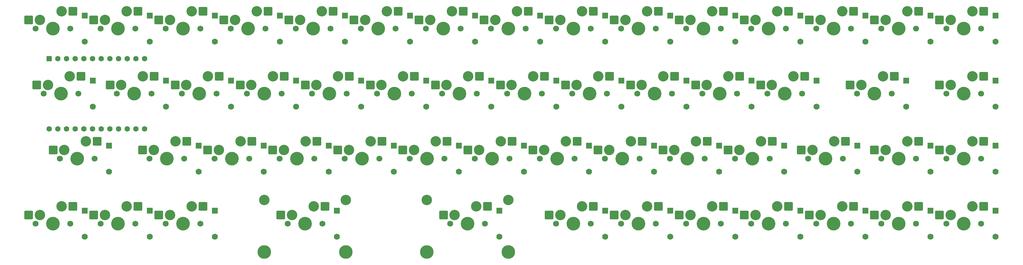
<source format=gbs>
%TF.GenerationSoftware,KiCad,Pcbnew,(6.0.10)*%
%TF.CreationDate,2023-01-15T11:01:46+05:00*%
%TF.ProjectId,key55,6b657935-352e-46b6-9963-61645f706362,rev?*%
%TF.SameCoordinates,Original*%
%TF.FileFunction,Soldermask,Bot*%
%TF.FilePolarity,Negative*%
%FSLAX46Y46*%
G04 Gerber Fmt 4.6, Leading zero omitted, Abs format (unit mm)*
G04 Created by KiCad (PCBNEW (6.0.10)) date 2023-01-15 11:01:46*
%MOMM*%
%LPD*%
G01*
G04 APERTURE LIST*
G04 Aperture macros list*
%AMRoundRect*
0 Rectangle with rounded corners*
0 $1 Rounding radius*
0 $2 $3 $4 $5 $6 $7 $8 $9 X,Y pos of 4 corners*
0 Add a 4 corners polygon primitive as box body*
4,1,4,$2,$3,$4,$5,$6,$7,$8,$9,$2,$3,0*
0 Add four circle primitives for the rounded corners*
1,1,$1+$1,$2,$3*
1,1,$1+$1,$4,$5*
1,1,$1+$1,$6,$7*
1,1,$1+$1,$8,$9*
0 Add four rect primitives between the rounded corners*
20,1,$1+$1,$2,$3,$4,$5,0*
20,1,$1+$1,$4,$5,$6,$7,0*
20,1,$1+$1,$6,$7,$8,$9,0*
20,1,$1+$1,$8,$9,$2,$3,0*%
G04 Aperture macros list end*
%ADD10C,1.750000*%
%ADD11C,4.000000*%
%ADD12C,3.050000*%
%ADD13RoundRect,0.250000X-1.025000X-1.000000X1.025000X-1.000000X1.025000X1.000000X-1.025000X1.000000X0*%
%ADD14C,1.778000*%
%ADD15R,1.778000X1.778000*%
%ADD16C,3.987800*%
%ADD17C,3.048000*%
%ADD18R,1.600000X1.600000*%
%ADD19C,1.600000*%
G04 APERTURE END LIST*
D10*
%TO.C,K44*%
X27305000Y-79375000D03*
X17145000Y-79375000D03*
D11*
X22225000Y-79375000D03*
D12*
X24765000Y-74295000D03*
X18415000Y-76835000D03*
D13*
X15140000Y-76835000D03*
X28067000Y-74295000D03*
%TD*%
D14*
%TO.C,D39*%
X217283000Y-64135000D03*
D15*
X217283000Y-56515000D03*
%TD*%
D10*
%TO.C,K49*%
X169545000Y-79375000D03*
D11*
X174625000Y-79375000D03*
D12*
X170815000Y-76835000D03*
X177165000Y-74295000D03*
D10*
X179705000Y-79375000D03*
D13*
X167540000Y-76835000D03*
X180467000Y-74295000D03*
%TD*%
D12*
%TO.C,K1*%
X24765000Y-17145000D03*
D10*
X27305000Y-22225000D03*
D12*
X18415000Y-19685000D03*
D11*
X22225000Y-22225000D03*
D10*
X17145000Y-22225000D03*
D13*
X15140000Y-19685000D03*
X28067000Y-17145000D03*
%TD*%
D12*
%TO.C,K7*%
X139065000Y-17145000D03*
X132715000Y-19685000D03*
D10*
X141605000Y-22225000D03*
X131445000Y-22225000D03*
D11*
X136525000Y-22225000D03*
D13*
X129440000Y-19685000D03*
X142367000Y-17145000D03*
%TD*%
D14*
%TO.C,D12*%
X241095500Y-26035000D03*
D15*
X241095500Y-18415000D03*
%TD*%
D10*
%TO.C,K10*%
X198755000Y-22225000D03*
D12*
X189865000Y-19685000D03*
D10*
X188595000Y-22225000D03*
D12*
X196215000Y-17145000D03*
D11*
X193675000Y-22225000D03*
D13*
X186590000Y-19685000D03*
X199517000Y-17145000D03*
%TD*%
D16*
%TO.C,REF\u002A\u002A*%
X131730750Y-87600000D03*
X155606750Y-87600000D03*
D17*
X131730750Y-72390000D03*
X155606750Y-72390000D03*
%TD*%
D14*
%TO.C,D9*%
X183945500Y-26035000D03*
D15*
X183945500Y-18415000D03*
%TD*%
D14*
%TO.C,D54*%
X279195500Y-83185000D03*
D15*
X279195500Y-75565000D03*
%TD*%
D14*
%TO.C,D52*%
X241095500Y-83185000D03*
D15*
X241095500Y-75565000D03*
%TD*%
D10*
%TO.C,K34*%
X107632500Y-60325000D03*
X117792500Y-60325000D03*
D11*
X112712500Y-60325000D03*
D12*
X115252500Y-55245000D03*
X108902500Y-57785000D03*
D13*
X105627500Y-57785000D03*
X118554500Y-55245000D03*
%TD*%
D12*
%TO.C,K11*%
X215265000Y-17145000D03*
D10*
X217805000Y-22225000D03*
D11*
X212725000Y-22225000D03*
D10*
X207645000Y-22225000D03*
D12*
X208915000Y-19685000D03*
D13*
X205640000Y-19685000D03*
X218567000Y-17145000D03*
%TD*%
D14*
%TO.C,D55*%
X298245500Y-83185000D03*
D15*
X298245500Y-75565000D03*
%TD*%
D14*
%TO.C,D47*%
X105364250Y-83185000D03*
D15*
X105364250Y-75565000D03*
%TD*%
D14*
%TO.C,D33*%
X102983000Y-64135000D03*
D15*
X102983000Y-56515000D03*
%TD*%
D14*
%TO.C,D48*%
X152989250Y-83185000D03*
D15*
X152989250Y-75565000D03*
%TD*%
D10*
%TO.C,K18*%
X60007500Y-41275000D03*
X70167500Y-41275000D03*
D11*
X65087500Y-41275000D03*
D12*
X67627500Y-36195000D03*
X61277500Y-38735000D03*
D13*
X58002500Y-38735000D03*
X70929500Y-36195000D03*
%TD*%
D12*
%TO.C,K54*%
X272415000Y-74295000D03*
D11*
X269875000Y-79375000D03*
D10*
X264795000Y-79375000D03*
D12*
X266065000Y-76835000D03*
D10*
X274955000Y-79375000D03*
D13*
X262790000Y-76835000D03*
X275717000Y-74295000D03*
%TD*%
D14*
%TO.C,D37*%
X179183000Y-64135000D03*
D15*
X179183000Y-56515000D03*
%TD*%
D14*
%TO.C,D2*%
X50595500Y-26035000D03*
D15*
X50595500Y-18415000D03*
%TD*%
D14*
%TO.C,D19*%
X93458000Y-45085000D03*
D15*
X93458000Y-37465000D03*
%TD*%
D14*
%TO.C,D1*%
X31545500Y-26035000D03*
D15*
X31545500Y-18415000D03*
%TD*%
D14*
%TO.C,D3*%
X69645500Y-26035000D03*
D15*
X69645500Y-18415000D03*
%TD*%
D12*
%TO.C,K27*%
X232727500Y-38735000D03*
X239077500Y-36195000D03*
D10*
X241617500Y-41275000D03*
X231457500Y-41275000D03*
D11*
X236537500Y-41275000D03*
D13*
X229452500Y-38735000D03*
X242379500Y-36195000D03*
%TD*%
D12*
%TO.C,K22*%
X137477500Y-38735000D03*
D10*
X146367500Y-41275000D03*
X136207500Y-41275000D03*
D11*
X141287500Y-41275000D03*
D12*
X143827500Y-36195000D03*
D13*
X134202500Y-38735000D03*
X147129500Y-36195000D03*
%TD*%
D14*
%TO.C,D36*%
X160133000Y-64135000D03*
D15*
X160133000Y-56515000D03*
%TD*%
D14*
%TO.C,D14*%
X279195500Y-26035000D03*
D15*
X279195500Y-18415000D03*
%TD*%
D12*
%TO.C,K35*%
X127952500Y-57785000D03*
X134302500Y-55245000D03*
D10*
X126682500Y-60325000D03*
D11*
X131762500Y-60325000D03*
D10*
X136842500Y-60325000D03*
D13*
X124677500Y-57785000D03*
X137604500Y-55245000D03*
%TD*%
D10*
%TO.C,K9*%
X179705000Y-22225000D03*
X169545000Y-22225000D03*
D12*
X170815000Y-19685000D03*
D11*
X174625000Y-22225000D03*
D12*
X177165000Y-17145000D03*
D13*
X167540000Y-19685000D03*
X180467000Y-17145000D03*
%TD*%
D14*
%TO.C,D13*%
X260145500Y-26035000D03*
D15*
X260145500Y-18415000D03*
%TD*%
D14*
%TO.C,D30*%
X38689250Y-64135000D03*
D15*
X38689250Y-56515000D03*
%TD*%
D12*
%TO.C,K29*%
X285115000Y-38735000D03*
D10*
X283845000Y-41275000D03*
D11*
X288925000Y-41275000D03*
D10*
X294005000Y-41275000D03*
D12*
X291465000Y-36195000D03*
D13*
X281840000Y-38735000D03*
X294767000Y-36195000D03*
%TD*%
D11*
%TO.C,K39*%
X207962500Y-60325000D03*
D12*
X204152500Y-57785000D03*
D10*
X202882500Y-60325000D03*
D12*
X210502500Y-55245000D03*
D10*
X213042500Y-60325000D03*
D13*
X200877500Y-57785000D03*
X213804500Y-55245000D03*
%TD*%
D14*
%TO.C,D25*%
X207758000Y-45085000D03*
D15*
X207758000Y-37465000D03*
%TD*%
D12*
%TO.C,K55*%
X291465000Y-74295000D03*
D11*
X288925000Y-79375000D03*
D10*
X294005000Y-79375000D03*
X283845000Y-79375000D03*
D12*
X285115000Y-76835000D03*
D13*
X281840000Y-76835000D03*
X294767000Y-74295000D03*
%TD*%
D14*
%TO.C,D45*%
X50595500Y-83185000D03*
D15*
X50595500Y-75565000D03*
%TD*%
D10*
%TO.C,K6*%
X112395000Y-22225000D03*
D12*
X113665000Y-19685000D03*
X120015000Y-17145000D03*
D11*
X117475000Y-22225000D03*
D10*
X122555000Y-22225000D03*
D13*
X110390000Y-19685000D03*
X123317000Y-17145000D03*
%TD*%
D14*
%TO.C,D21*%
X131558000Y-45085000D03*
D15*
X131558000Y-37465000D03*
%TD*%
D12*
%TO.C,K46*%
X56515000Y-76835000D03*
X62865000Y-74295000D03*
D10*
X65405000Y-79375000D03*
D11*
X60325000Y-79375000D03*
D10*
X55245000Y-79375000D03*
D13*
X53240000Y-76835000D03*
X66167000Y-74295000D03*
%TD*%
D12*
%TO.C,K50*%
X189865000Y-76835000D03*
D10*
X188595000Y-79375000D03*
D11*
X193675000Y-79375000D03*
D10*
X198755000Y-79375000D03*
D12*
X196215000Y-74295000D03*
D13*
X186590000Y-76835000D03*
X199517000Y-74295000D03*
%TD*%
D14*
%TO.C,D34*%
X122033000Y-64135000D03*
D15*
X122033000Y-56515000D03*
%TD*%
D10*
%TO.C,K25*%
X203517500Y-41275000D03*
X193357500Y-41275000D03*
D12*
X200977500Y-36195000D03*
D11*
X198437500Y-41275000D03*
D12*
X194627500Y-38735000D03*
D13*
X191352500Y-38735000D03*
X204279500Y-36195000D03*
%TD*%
D14*
%TO.C,D4*%
X88695500Y-26035000D03*
D15*
X88695500Y-18415000D03*
%TD*%
D14*
%TO.C,D31*%
X64883000Y-64135000D03*
D15*
X64883000Y-56515000D03*
%TD*%
D14*
%TO.C,D5*%
X107745500Y-26035000D03*
D15*
X107745500Y-18415000D03*
%TD*%
D14*
%TO.C,D41*%
X257764250Y-64135000D03*
D15*
X257764250Y-56515000D03*
%TD*%
D14*
%TO.C,D15*%
X298245500Y-26035000D03*
D15*
X298245500Y-18415000D03*
%TD*%
D14*
%TO.C,D35*%
X141083000Y-64135000D03*
D15*
X141083000Y-56515000D03*
%TD*%
D14*
%TO.C,D38*%
X198233000Y-64135000D03*
D15*
X198233000Y-56515000D03*
%TD*%
D14*
%TO.C,D16*%
X33926750Y-45085000D03*
D15*
X33926750Y-37465000D03*
%TD*%
D11*
%TO.C,K8*%
X155575000Y-22225000D03*
D12*
X158115000Y-17145000D03*
D10*
X160655000Y-22225000D03*
D12*
X151765000Y-19685000D03*
D10*
X150495000Y-22225000D03*
D13*
X148490000Y-19685000D03*
X161417000Y-17145000D03*
%TD*%
D14*
%TO.C,D26*%
X226808000Y-45085000D03*
D15*
X226808000Y-37465000D03*
%TD*%
D12*
%TO.C,K43*%
X285115000Y-57785000D03*
D10*
X283845000Y-60325000D03*
X294005000Y-60325000D03*
D11*
X288925000Y-60325000D03*
D12*
X291465000Y-55245000D03*
D13*
X281840000Y-57785000D03*
X294767000Y-55245000D03*
%TD*%
D10*
%TO.C,K16*%
X29686250Y-41275000D03*
X19526250Y-41275000D03*
D12*
X27146250Y-36195000D03*
X20796250Y-38735000D03*
D11*
X24606250Y-41275000D03*
D13*
X17521250Y-38735000D03*
X30448250Y-36195000D03*
%TD*%
D14*
%TO.C,D51*%
X222045500Y-83185000D03*
D15*
X222045500Y-75565000D03*
%TD*%
D12*
%TO.C,K12*%
X227965000Y-19685000D03*
D11*
X231775000Y-22225000D03*
D10*
X236855000Y-22225000D03*
X226695000Y-22225000D03*
D12*
X234315000Y-17145000D03*
D13*
X224690000Y-19685000D03*
X237617000Y-17145000D03*
%TD*%
D12*
%TO.C,K15*%
X291465000Y-17145000D03*
X285115000Y-19685000D03*
D11*
X288925000Y-22225000D03*
D10*
X294005000Y-22225000D03*
X283845000Y-22225000D03*
D13*
X281840000Y-19685000D03*
X294767000Y-17145000D03*
%TD*%
D14*
%TO.C,D53*%
X260145500Y-83185000D03*
D15*
X260145500Y-75565000D03*
%TD*%
D10*
%TO.C,K41*%
X243363750Y-60325000D03*
D12*
X244633750Y-57785000D03*
D10*
X253523750Y-60325000D03*
D12*
X250983750Y-55245000D03*
D11*
X248443750Y-60325000D03*
D13*
X241358750Y-57785000D03*
X254285750Y-55245000D03*
%TD*%
D14*
%TO.C,D22*%
X150608000Y-45085000D03*
D15*
X150608000Y-37465000D03*
%TD*%
D11*
%TO.C,K52*%
X231775000Y-79375000D03*
D12*
X227965000Y-76835000D03*
D10*
X226695000Y-79375000D03*
X236855000Y-79375000D03*
D12*
X234315000Y-74295000D03*
D13*
X224690000Y-76835000D03*
X237617000Y-74295000D03*
%TD*%
D14*
%TO.C,D27*%
X245858000Y-45085000D03*
D15*
X245858000Y-37465000D03*
%TD*%
D14*
%TO.C,D44*%
X31545500Y-83185000D03*
D15*
X31545500Y-75565000D03*
%TD*%
D10*
%TO.C,K51*%
X217805000Y-79375000D03*
X207645000Y-79375000D03*
D12*
X208915000Y-76835000D03*
D11*
X212725000Y-79375000D03*
D12*
X215265000Y-74295000D03*
D13*
X205640000Y-76835000D03*
X218567000Y-74295000D03*
%TD*%
D14*
%TO.C,D42*%
X279195500Y-64135000D03*
D15*
X279195500Y-56515000D03*
%TD*%
D12*
%TO.C,K32*%
X77152500Y-55245000D03*
D11*
X74612500Y-60325000D03*
D12*
X70802500Y-57785000D03*
D10*
X69532500Y-60325000D03*
X79692500Y-60325000D03*
D13*
X67527500Y-57785000D03*
X80454500Y-55245000D03*
%TD*%
D11*
%TO.C,K36*%
X150812500Y-60325000D03*
D10*
X155892500Y-60325000D03*
X145732500Y-60325000D03*
D12*
X153352500Y-55245000D03*
X147002500Y-57785000D03*
D13*
X143727500Y-57785000D03*
X156654500Y-55245000D03*
%TD*%
D11*
%TO.C,K28*%
X262731250Y-41275000D03*
D10*
X267811250Y-41275000D03*
X257651250Y-41275000D03*
D12*
X265271250Y-36195000D03*
X258921250Y-38735000D03*
D13*
X255646250Y-38735000D03*
X268573250Y-36195000D03*
%TD*%
D14*
%TO.C,D17*%
X55358000Y-45085000D03*
D15*
X55358000Y-37465000D03*
%TD*%
D10*
%TO.C,K14*%
X264795000Y-22225000D03*
D12*
X272415000Y-17145000D03*
D10*
X274955000Y-22225000D03*
D12*
X266065000Y-19685000D03*
D11*
X269875000Y-22225000D03*
D13*
X262790000Y-19685000D03*
X275717000Y-17145000D03*
%TD*%
D14*
%TO.C,D46*%
X69645500Y-83185000D03*
D15*
X69645500Y-75565000D03*
%TD*%
D10*
%TO.C,K26*%
X212407500Y-41275000D03*
X222567500Y-41275000D03*
D12*
X213677500Y-38735000D03*
D11*
X217487500Y-41275000D03*
D12*
X220027500Y-36195000D03*
D13*
X210402500Y-38735000D03*
X223329500Y-36195000D03*
%TD*%
D11*
%TO.C,K17*%
X46037500Y-41275000D03*
D12*
X42227500Y-38735000D03*
D10*
X51117500Y-41275000D03*
X40957500Y-41275000D03*
D12*
X48577500Y-36195000D03*
D13*
X38952500Y-38735000D03*
X51879500Y-36195000D03*
%TD*%
D10*
%TO.C,K13*%
X245745000Y-22225000D03*
D12*
X253365000Y-17145000D03*
X247015000Y-19685000D03*
D10*
X255905000Y-22225000D03*
D11*
X250825000Y-22225000D03*
D13*
X243740000Y-19685000D03*
X256667000Y-17145000D03*
%TD*%
D14*
%TO.C,D32*%
X83933000Y-64135000D03*
D15*
X83933000Y-56515000D03*
%TD*%
D14*
%TO.C,D23*%
X169658000Y-45085000D03*
D15*
X169658000Y-37465000D03*
%TD*%
D10*
%TO.C,K45*%
X36195000Y-79375000D03*
D12*
X37465000Y-76835000D03*
X43815000Y-74295000D03*
D11*
X41275000Y-79375000D03*
D10*
X46355000Y-79375000D03*
D13*
X34190000Y-76835000D03*
X47117000Y-74295000D03*
%TD*%
D12*
%TO.C,K20*%
X105727500Y-36195000D03*
D10*
X98107500Y-41275000D03*
D11*
X103187500Y-41275000D03*
D10*
X108267500Y-41275000D03*
D12*
X99377500Y-38735000D03*
D13*
X96102500Y-38735000D03*
X109029500Y-36195000D03*
%TD*%
D14*
%TO.C,D11*%
X222045500Y-26035000D03*
D15*
X222045500Y-18415000D03*
%TD*%
D12*
%TO.C,K24*%
X181927500Y-36195000D03*
D11*
X179387500Y-41275000D03*
D12*
X175577500Y-38735000D03*
D10*
X184467500Y-41275000D03*
X174307500Y-41275000D03*
D13*
X172302500Y-38735000D03*
X185229500Y-36195000D03*
%TD*%
D10*
%TO.C,K48*%
X138588750Y-79375000D03*
D12*
X146208750Y-74295000D03*
D11*
X143668750Y-79375000D03*
D12*
X139858750Y-76835000D03*
D10*
X148748750Y-79375000D03*
D13*
X136583750Y-76835000D03*
X149510750Y-74295000D03*
%TD*%
D10*
%TO.C,K38*%
X183832500Y-60325000D03*
X193992500Y-60325000D03*
D12*
X185102500Y-57785000D03*
X191452500Y-55245000D03*
D11*
X188912500Y-60325000D03*
D13*
X181827500Y-57785000D03*
X194754500Y-55245000D03*
%TD*%
D14*
%TO.C,D29*%
X298245500Y-45085000D03*
D15*
X298245500Y-37465000D03*
%TD*%
D14*
%TO.C,D6*%
X126795500Y-26035000D03*
D15*
X126795500Y-18415000D03*
%TD*%
D14*
%TO.C,D8*%
X164895500Y-26035000D03*
D15*
X164895500Y-18415000D03*
%TD*%
D14*
%TO.C,D28*%
X272051750Y-45085000D03*
D15*
X272051750Y-37465000D03*
%TD*%
D11*
%TO.C,K4*%
X79375000Y-22225000D03*
D12*
X81915000Y-17145000D03*
X75565000Y-19685000D03*
D10*
X84455000Y-22225000D03*
X74295000Y-22225000D03*
D13*
X72290000Y-19685000D03*
X85217000Y-17145000D03*
%TD*%
D14*
%TO.C,D50*%
X202995500Y-83185000D03*
D15*
X202995500Y-75565000D03*
%TD*%
D11*
%TO.C,K37*%
X169862500Y-60325000D03*
D10*
X164782500Y-60325000D03*
D12*
X172402500Y-55245000D03*
D10*
X174942500Y-60325000D03*
D12*
X166052500Y-57785000D03*
D13*
X162777500Y-57785000D03*
X175704500Y-55245000D03*
%TD*%
D17*
%TO.C,REF\u002A\u002A*%
X107981750Y-72390000D03*
X84105750Y-72390000D03*
D16*
X84105750Y-87600000D03*
X107981750Y-87600000D03*
%TD*%
D10*
%TO.C,K2*%
X46355000Y-22225000D03*
D12*
X43815000Y-17145000D03*
D11*
X41275000Y-22225000D03*
D10*
X36195000Y-22225000D03*
D12*
X37465000Y-19685000D03*
D13*
X34190000Y-19685000D03*
X47117000Y-17145000D03*
%TD*%
D14*
%TO.C,D24*%
X188708000Y-45085000D03*
D15*
X188708000Y-37465000D03*
%TD*%
D12*
%TO.C,K42*%
X272415000Y-55245000D03*
D10*
X274955000Y-60325000D03*
X264795000Y-60325000D03*
D12*
X266065000Y-57785000D03*
D11*
X269875000Y-60325000D03*
D13*
X262790000Y-57785000D03*
X275717000Y-55245000D03*
%TD*%
D12*
%TO.C,K47*%
X98583750Y-74295000D03*
D11*
X96043750Y-79375000D03*
D10*
X90963750Y-79375000D03*
D12*
X92233750Y-76835000D03*
D10*
X101123750Y-79375000D03*
D13*
X88958750Y-76835000D03*
X101885750Y-74295000D03*
%TD*%
D12*
%TO.C,K40*%
X229552500Y-55245000D03*
D10*
X221932500Y-60325000D03*
D11*
X227012500Y-60325000D03*
D12*
X223202500Y-57785000D03*
D10*
X232092500Y-60325000D03*
D13*
X219927500Y-57785000D03*
X232854500Y-55245000D03*
%TD*%
D10*
%TO.C,K23*%
X165417500Y-41275000D03*
D12*
X162877500Y-36195000D03*
D10*
X155257500Y-41275000D03*
D11*
X160337500Y-41275000D03*
D12*
X156527500Y-38735000D03*
D13*
X153252500Y-38735000D03*
X166179500Y-36195000D03*
%TD*%
D10*
%TO.C,K31*%
X50482500Y-60325000D03*
D11*
X55562500Y-60325000D03*
D10*
X60642500Y-60325000D03*
D12*
X51752500Y-57785000D03*
X58102500Y-55245000D03*
D13*
X48477500Y-57785000D03*
X61404500Y-55245000D03*
%TD*%
D11*
%TO.C,K30*%
X29368750Y-60325000D03*
D10*
X34448750Y-60325000D03*
X24288750Y-60325000D03*
D12*
X31908750Y-55245000D03*
X25558750Y-57785000D03*
D13*
X22283750Y-57785000D03*
X35210750Y-55245000D03*
%TD*%
D10*
%TO.C,K21*%
X127317500Y-41275000D03*
D12*
X118427500Y-38735000D03*
D10*
X117157500Y-41275000D03*
D11*
X122237500Y-41275000D03*
D12*
X124777500Y-36195000D03*
D13*
X115152500Y-38735000D03*
X128079500Y-36195000D03*
%TD*%
D12*
%TO.C,K19*%
X80327500Y-38735000D03*
D11*
X84137500Y-41275000D03*
D12*
X86677500Y-36195000D03*
D10*
X79057500Y-41275000D03*
X89217500Y-41275000D03*
D13*
X77052500Y-38735000D03*
X89979500Y-36195000D03*
%TD*%
D14*
%TO.C,D43*%
X298245500Y-64135000D03*
D15*
X298245500Y-56515000D03*
%TD*%
D11*
%TO.C,K3*%
X60325000Y-22225000D03*
D10*
X55245000Y-22225000D03*
X65405000Y-22225000D03*
D12*
X56515000Y-19685000D03*
X62865000Y-17145000D03*
D13*
X53240000Y-19685000D03*
X66167000Y-17145000D03*
%TD*%
D12*
%TO.C,K33*%
X96202500Y-55245000D03*
D10*
X88582500Y-60325000D03*
D11*
X93662500Y-60325000D03*
D12*
X89852500Y-57785000D03*
D10*
X98742500Y-60325000D03*
D13*
X86577500Y-57785000D03*
X99504500Y-55245000D03*
%TD*%
D14*
%TO.C,D49*%
X183945500Y-83185000D03*
D15*
X183945500Y-75565000D03*
%TD*%
D11*
%TO.C,K53*%
X250825000Y-79375000D03*
D10*
X255905000Y-79375000D03*
D12*
X253365000Y-74295000D03*
D10*
X245745000Y-79375000D03*
D12*
X247015000Y-76835000D03*
D13*
X243740000Y-76835000D03*
X256667000Y-74295000D03*
%TD*%
D10*
%TO.C,K5*%
X103505000Y-22225000D03*
X93345000Y-22225000D03*
D12*
X94615000Y-19685000D03*
D11*
X98425000Y-22225000D03*
D12*
X100965000Y-17145000D03*
D13*
X91340000Y-19685000D03*
X104267000Y-17145000D03*
%TD*%
D14*
%TO.C,D10*%
X202995500Y-26035000D03*
D15*
X202995500Y-18415000D03*
%TD*%
D14*
%TO.C,D18*%
X74408000Y-45085000D03*
D15*
X74408000Y-37465000D03*
%TD*%
D14*
%TO.C,D20*%
X112508000Y-45085000D03*
D15*
X112508000Y-37465000D03*
%TD*%
D14*
%TO.C,D7*%
X145845500Y-26035000D03*
D15*
X145845500Y-18415000D03*
%TD*%
D14*
%TO.C,D40*%
X236333000Y-64135000D03*
D15*
X236333000Y-56515000D03*
%TD*%
D18*
%TO.C,U1*%
X21138000Y-30988000D03*
D19*
X23678000Y-30988000D03*
X26218000Y-30988000D03*
X28758000Y-30988000D03*
X31298000Y-30988000D03*
X33838000Y-30988000D03*
X36378000Y-30988000D03*
X38918000Y-30988000D03*
X41458000Y-30988000D03*
X43998000Y-30988000D03*
X46538000Y-30988000D03*
X49078000Y-30988000D03*
X49078000Y-51562000D03*
X46538000Y-51562000D03*
X43998000Y-51562000D03*
X41458000Y-51562000D03*
X38918000Y-51562000D03*
X36378000Y-51562000D03*
X33838000Y-51562000D03*
X31298000Y-51562000D03*
X28758000Y-51562000D03*
X26218000Y-51562000D03*
X23678000Y-51562000D03*
X21138000Y-51562000D03*
%TD*%
M02*

</source>
